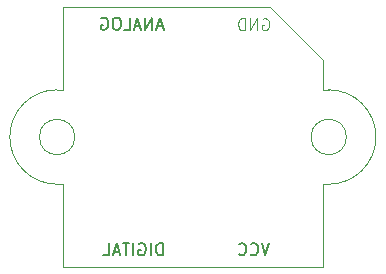
<source format=gbr>
G04 (created by PCBNEW (2013-may-18)-stable) date Ср 04 ноя 2015 02:15:30*
%MOIN*%
G04 Gerber Fmt 3.4, Leading zero omitted, Abs format*
%FSLAX34Y34*%
G01*
G70*
G90*
G04 APERTURE LIST*
%ADD10C,0.00393701*%
%ADD11C,0.00590551*%
%ADD12C,0.00492126*%
G04 APERTURE END LIST*
G54D10*
X7005Y-15263D02*
X7201Y-15263D01*
X7201Y-15263D02*
X7201Y-12507D01*
X7201Y-21168D02*
X7201Y-18412D01*
X7201Y-18412D02*
X7005Y-18412D01*
X16060Y-18412D02*
X15863Y-18412D01*
X15863Y-18412D02*
X15863Y-21168D01*
X16060Y-15263D02*
X15863Y-15263D01*
X15863Y-15263D02*
X15863Y-14475D01*
X7005Y-18412D02*
G75*
G02X5430Y-16838I0J1574D01*
G74*
G01*
X5430Y-16838D02*
G75*
G02X7005Y-15263I1574J0D01*
G74*
G01*
X17635Y-16838D02*
G75*
G02X16060Y-18412I-1574J0D01*
G74*
G01*
X16060Y-15263D02*
G75*
G02X17635Y-16838I0J-1574D01*
G74*
G01*
X16650Y-16838D02*
G75*
G03X16650Y-16838I-590J0D01*
G74*
G01*
X7595Y-16838D02*
G75*
G03X7595Y-16838I-590J0D01*
G74*
G01*
X15863Y-14475D02*
X15863Y-14279D01*
X15863Y-14279D02*
X14091Y-12507D01*
X14091Y-12507D02*
X7201Y-12507D01*
X7201Y-21168D02*
X15863Y-21168D01*
G54D11*
X10525Y-20775D02*
X10525Y-20381D01*
X10432Y-20381D01*
X10375Y-20400D01*
X10338Y-20437D01*
X10319Y-20475D01*
X10300Y-20550D01*
X10300Y-20606D01*
X10319Y-20681D01*
X10338Y-20718D01*
X10375Y-20756D01*
X10432Y-20775D01*
X10525Y-20775D01*
X10132Y-20775D02*
X10132Y-20381D01*
X9738Y-20400D02*
X9775Y-20381D01*
X9832Y-20381D01*
X9888Y-20400D01*
X9925Y-20437D01*
X9944Y-20475D01*
X9963Y-20550D01*
X9963Y-20606D01*
X9944Y-20681D01*
X9925Y-20718D01*
X9888Y-20756D01*
X9832Y-20775D01*
X9794Y-20775D01*
X9738Y-20756D01*
X9719Y-20737D01*
X9719Y-20606D01*
X9794Y-20606D01*
X9550Y-20775D02*
X9550Y-20381D01*
X9419Y-20381D02*
X9194Y-20381D01*
X9307Y-20775D02*
X9307Y-20381D01*
X9082Y-20662D02*
X8894Y-20662D01*
X9119Y-20775D02*
X8988Y-20381D01*
X8857Y-20775D01*
X8538Y-20775D02*
X8725Y-20775D01*
X8725Y-20381D01*
X14085Y-20381D02*
X13953Y-20775D01*
X13822Y-20381D01*
X13466Y-20737D02*
X13485Y-20756D01*
X13541Y-20775D01*
X13578Y-20775D01*
X13635Y-20756D01*
X13672Y-20718D01*
X13691Y-20681D01*
X13710Y-20606D01*
X13710Y-20550D01*
X13691Y-20475D01*
X13672Y-20437D01*
X13635Y-20400D01*
X13578Y-20381D01*
X13541Y-20381D01*
X13485Y-20400D01*
X13466Y-20418D01*
X13072Y-20737D02*
X13091Y-20756D01*
X13147Y-20775D01*
X13185Y-20775D01*
X13241Y-20756D01*
X13279Y-20718D01*
X13297Y-20681D01*
X13316Y-20606D01*
X13316Y-20550D01*
X13297Y-20475D01*
X13279Y-20437D01*
X13241Y-20400D01*
X13185Y-20381D01*
X13147Y-20381D01*
X13091Y-20400D01*
X13072Y-20418D01*
X10531Y-13146D02*
X10343Y-13146D01*
X10568Y-13259D02*
X10437Y-12865D01*
X10306Y-13259D01*
X10174Y-13259D02*
X10174Y-12865D01*
X9949Y-13259D01*
X9949Y-12865D01*
X9781Y-13146D02*
X9593Y-13146D01*
X9818Y-13259D02*
X9687Y-12865D01*
X9556Y-13259D01*
X9237Y-13259D02*
X9425Y-13259D01*
X9425Y-12865D01*
X9031Y-12865D02*
X8956Y-12865D01*
X8918Y-12884D01*
X8881Y-12921D01*
X8862Y-12996D01*
X8862Y-13128D01*
X8881Y-13203D01*
X8918Y-13240D01*
X8956Y-13259D01*
X9031Y-13259D01*
X9068Y-13240D01*
X9106Y-13203D01*
X9125Y-13128D01*
X9125Y-12996D01*
X9106Y-12921D01*
X9068Y-12884D01*
X9031Y-12865D01*
X8487Y-12884D02*
X8525Y-12865D01*
X8581Y-12865D01*
X8637Y-12884D01*
X8675Y-12921D01*
X8693Y-12959D01*
X8712Y-13034D01*
X8712Y-13090D01*
X8693Y-13165D01*
X8675Y-13203D01*
X8637Y-13240D01*
X8581Y-13259D01*
X8543Y-13259D01*
X8487Y-13240D01*
X8468Y-13221D01*
X8468Y-13090D01*
X8543Y-13090D01*
G54D12*
X13860Y-12900D02*
X13897Y-12881D01*
X13953Y-12881D01*
X14010Y-12900D01*
X14047Y-12937D01*
X14066Y-12975D01*
X14085Y-13050D01*
X14085Y-13106D01*
X14066Y-13181D01*
X14047Y-13218D01*
X14010Y-13256D01*
X13953Y-13275D01*
X13916Y-13275D01*
X13860Y-13256D01*
X13841Y-13237D01*
X13841Y-13106D01*
X13916Y-13106D01*
X13672Y-13275D02*
X13672Y-12881D01*
X13447Y-13275D01*
X13447Y-12881D01*
X13260Y-13275D02*
X13260Y-12881D01*
X13166Y-12881D01*
X13110Y-12900D01*
X13072Y-12937D01*
X13054Y-12975D01*
X13035Y-13050D01*
X13035Y-13106D01*
X13054Y-13181D01*
X13072Y-13218D01*
X13110Y-13256D01*
X13166Y-13275D01*
X13260Y-13275D01*
M02*

</source>
